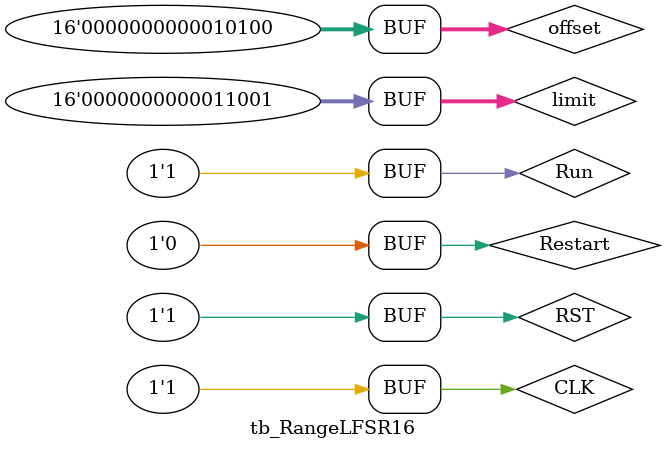
<source format=v>

`timescale 1ns/1ns

module tb_RangeLFSR16();
	reg Restart,Run,CLK,RST;
	reg [15:0] offset,limit;
	wire [15:0] out;

	RangeLFSR16 DUT_RangeLFSR16(Restart,Run,offset,limit,out,CLK,RST);
	
	initial
		begin
		CLK<=0;
		RST<=0;
		Restart<=1;
		Run<=0;
		offset<=20;
		limit<=25;
		end

	always
		begin
		#10 CLK<=0;
		#10 CLK<=1;
		end

	initial
		begin
		#15
		RST<=1;
		#20
		Restart<=0;
		#45
		Run<=1;
		end
endmodule
	
</source>
